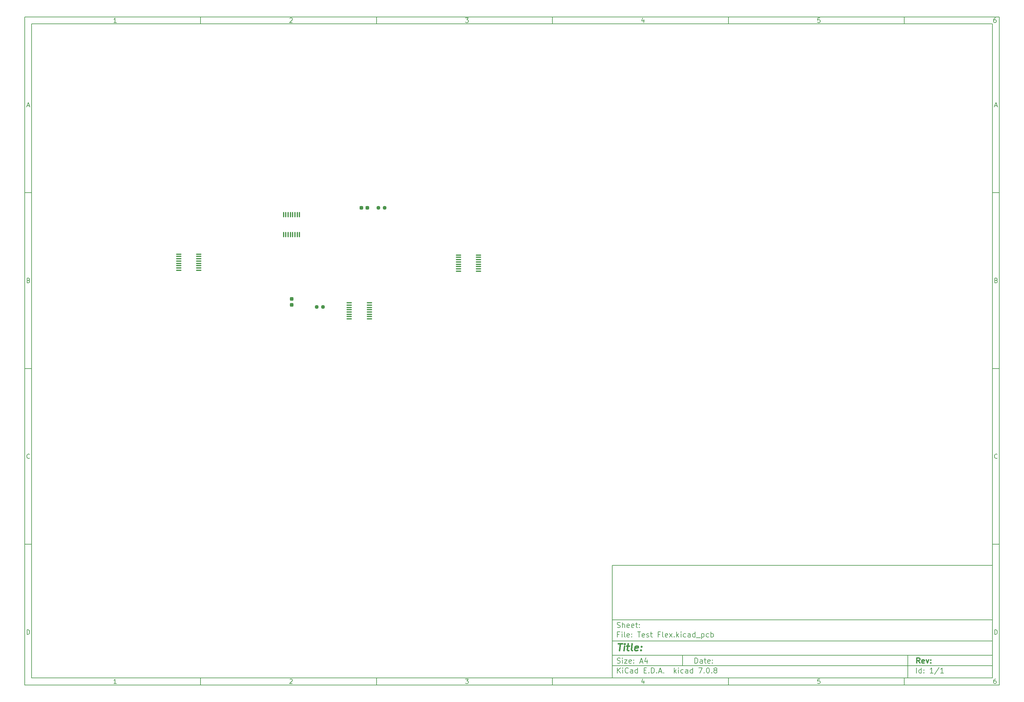
<source format=gbr>
%TF.GenerationSoftware,KiCad,Pcbnew,7.0.8*%
%TF.CreationDate,2023-11-08T15:44:53-05:00*%
%TF.ProjectId,Test Flex,54657374-2046-46c6-9578-2e6b69636164,rev?*%
%TF.SameCoordinates,Original*%
%TF.FileFunction,Paste,Top*%
%TF.FilePolarity,Positive*%
%FSLAX46Y46*%
G04 Gerber Fmt 4.6, Leading zero omitted, Abs format (unit mm)*
G04 Created by KiCad (PCBNEW 7.0.8) date 2023-11-08 15:44:53*
%MOMM*%
%LPD*%
G01*
G04 APERTURE LIST*
G04 Aperture macros list*
%AMRoundRect*
0 Rectangle with rounded corners*
0 $1 Rounding radius*
0 $2 $3 $4 $5 $6 $7 $8 $9 X,Y pos of 4 corners*
0 Add a 4 corners polygon primitive as box body*
4,1,4,$2,$3,$4,$5,$6,$7,$8,$9,$2,$3,0*
0 Add four circle primitives for the rounded corners*
1,1,$1+$1,$2,$3*
1,1,$1+$1,$4,$5*
1,1,$1+$1,$6,$7*
1,1,$1+$1,$8,$9*
0 Add four rect primitives between the rounded corners*
20,1,$1+$1,$2,$3,$4,$5,0*
20,1,$1+$1,$4,$5,$6,$7,0*
20,1,$1+$1,$6,$7,$8,$9,0*
20,1,$1+$1,$8,$9,$2,$3,0*%
G04 Aperture macros list end*
%ADD10C,0.100000*%
%ADD11C,0.150000*%
%ADD12C,0.300000*%
%ADD13C,0.400000*%
%ADD14RoundRect,0.100000X-0.637500X-0.100000X0.637500X-0.100000X0.637500X0.100000X-0.637500X0.100000X0*%
%ADD15RoundRect,0.237500X-0.237500X0.287500X-0.237500X-0.287500X0.237500X-0.287500X0.237500X0.287500X0*%
%ADD16RoundRect,0.237500X-0.250000X-0.237500X0.250000X-0.237500X0.250000X0.237500X-0.250000X0.237500X0*%
%ADD17RoundRect,0.237500X-0.287500X-0.237500X0.287500X-0.237500X0.287500X0.237500X-0.287500X0.237500X0*%
%ADD18RoundRect,0.100000X0.100000X-0.637500X0.100000X0.637500X-0.100000X0.637500X-0.100000X-0.637500X0*%
G04 APERTURE END LIST*
D10*
D11*
X177002200Y-166007200D02*
X285002200Y-166007200D01*
X285002200Y-198007200D01*
X177002200Y-198007200D01*
X177002200Y-166007200D01*
D10*
D11*
X10000000Y-10000000D02*
X287002200Y-10000000D01*
X287002200Y-200007200D01*
X10000000Y-200007200D01*
X10000000Y-10000000D01*
D10*
D11*
X12000000Y-12000000D02*
X285002200Y-12000000D01*
X285002200Y-198007200D01*
X12000000Y-198007200D01*
X12000000Y-12000000D01*
D10*
D11*
X60000000Y-12000000D02*
X60000000Y-10000000D01*
D10*
D11*
X110000000Y-12000000D02*
X110000000Y-10000000D01*
D10*
D11*
X160000000Y-12000000D02*
X160000000Y-10000000D01*
D10*
D11*
X210000000Y-12000000D02*
X210000000Y-10000000D01*
D10*
D11*
X260000000Y-12000000D02*
X260000000Y-10000000D01*
D10*
D11*
X36089160Y-11593604D02*
X35346303Y-11593604D01*
X35717731Y-11593604D02*
X35717731Y-10293604D01*
X35717731Y-10293604D02*
X35593922Y-10479319D01*
X35593922Y-10479319D02*
X35470112Y-10603128D01*
X35470112Y-10603128D02*
X35346303Y-10665033D01*
D10*
D11*
X85346303Y-10417414D02*
X85408207Y-10355509D01*
X85408207Y-10355509D02*
X85532017Y-10293604D01*
X85532017Y-10293604D02*
X85841541Y-10293604D01*
X85841541Y-10293604D02*
X85965350Y-10355509D01*
X85965350Y-10355509D02*
X86027255Y-10417414D01*
X86027255Y-10417414D02*
X86089160Y-10541223D01*
X86089160Y-10541223D02*
X86089160Y-10665033D01*
X86089160Y-10665033D02*
X86027255Y-10850747D01*
X86027255Y-10850747D02*
X85284398Y-11593604D01*
X85284398Y-11593604D02*
X86089160Y-11593604D01*
D10*
D11*
X135284398Y-10293604D02*
X136089160Y-10293604D01*
X136089160Y-10293604D02*
X135655826Y-10788842D01*
X135655826Y-10788842D02*
X135841541Y-10788842D01*
X135841541Y-10788842D02*
X135965350Y-10850747D01*
X135965350Y-10850747D02*
X136027255Y-10912652D01*
X136027255Y-10912652D02*
X136089160Y-11036461D01*
X136089160Y-11036461D02*
X136089160Y-11345985D01*
X136089160Y-11345985D02*
X136027255Y-11469795D01*
X136027255Y-11469795D02*
X135965350Y-11531700D01*
X135965350Y-11531700D02*
X135841541Y-11593604D01*
X135841541Y-11593604D02*
X135470112Y-11593604D01*
X135470112Y-11593604D02*
X135346303Y-11531700D01*
X135346303Y-11531700D02*
X135284398Y-11469795D01*
D10*
D11*
X185965350Y-10726938D02*
X185965350Y-11593604D01*
X185655826Y-10231700D02*
X185346303Y-11160271D01*
X185346303Y-11160271D02*
X186151064Y-11160271D01*
D10*
D11*
X236027255Y-10293604D02*
X235408207Y-10293604D01*
X235408207Y-10293604D02*
X235346303Y-10912652D01*
X235346303Y-10912652D02*
X235408207Y-10850747D01*
X235408207Y-10850747D02*
X235532017Y-10788842D01*
X235532017Y-10788842D02*
X235841541Y-10788842D01*
X235841541Y-10788842D02*
X235965350Y-10850747D01*
X235965350Y-10850747D02*
X236027255Y-10912652D01*
X236027255Y-10912652D02*
X236089160Y-11036461D01*
X236089160Y-11036461D02*
X236089160Y-11345985D01*
X236089160Y-11345985D02*
X236027255Y-11469795D01*
X236027255Y-11469795D02*
X235965350Y-11531700D01*
X235965350Y-11531700D02*
X235841541Y-11593604D01*
X235841541Y-11593604D02*
X235532017Y-11593604D01*
X235532017Y-11593604D02*
X235408207Y-11531700D01*
X235408207Y-11531700D02*
X235346303Y-11469795D01*
D10*
D11*
X285965350Y-10293604D02*
X285717731Y-10293604D01*
X285717731Y-10293604D02*
X285593922Y-10355509D01*
X285593922Y-10355509D02*
X285532017Y-10417414D01*
X285532017Y-10417414D02*
X285408207Y-10603128D01*
X285408207Y-10603128D02*
X285346303Y-10850747D01*
X285346303Y-10850747D02*
X285346303Y-11345985D01*
X285346303Y-11345985D02*
X285408207Y-11469795D01*
X285408207Y-11469795D02*
X285470112Y-11531700D01*
X285470112Y-11531700D02*
X285593922Y-11593604D01*
X285593922Y-11593604D02*
X285841541Y-11593604D01*
X285841541Y-11593604D02*
X285965350Y-11531700D01*
X285965350Y-11531700D02*
X286027255Y-11469795D01*
X286027255Y-11469795D02*
X286089160Y-11345985D01*
X286089160Y-11345985D02*
X286089160Y-11036461D01*
X286089160Y-11036461D02*
X286027255Y-10912652D01*
X286027255Y-10912652D02*
X285965350Y-10850747D01*
X285965350Y-10850747D02*
X285841541Y-10788842D01*
X285841541Y-10788842D02*
X285593922Y-10788842D01*
X285593922Y-10788842D02*
X285470112Y-10850747D01*
X285470112Y-10850747D02*
X285408207Y-10912652D01*
X285408207Y-10912652D02*
X285346303Y-11036461D01*
D10*
D11*
X60000000Y-198007200D02*
X60000000Y-200007200D01*
D10*
D11*
X110000000Y-198007200D02*
X110000000Y-200007200D01*
D10*
D11*
X160000000Y-198007200D02*
X160000000Y-200007200D01*
D10*
D11*
X210000000Y-198007200D02*
X210000000Y-200007200D01*
D10*
D11*
X260000000Y-198007200D02*
X260000000Y-200007200D01*
D10*
D11*
X36089160Y-199600804D02*
X35346303Y-199600804D01*
X35717731Y-199600804D02*
X35717731Y-198300804D01*
X35717731Y-198300804D02*
X35593922Y-198486519D01*
X35593922Y-198486519D02*
X35470112Y-198610328D01*
X35470112Y-198610328D02*
X35346303Y-198672233D01*
D10*
D11*
X85346303Y-198424614D02*
X85408207Y-198362709D01*
X85408207Y-198362709D02*
X85532017Y-198300804D01*
X85532017Y-198300804D02*
X85841541Y-198300804D01*
X85841541Y-198300804D02*
X85965350Y-198362709D01*
X85965350Y-198362709D02*
X86027255Y-198424614D01*
X86027255Y-198424614D02*
X86089160Y-198548423D01*
X86089160Y-198548423D02*
X86089160Y-198672233D01*
X86089160Y-198672233D02*
X86027255Y-198857947D01*
X86027255Y-198857947D02*
X85284398Y-199600804D01*
X85284398Y-199600804D02*
X86089160Y-199600804D01*
D10*
D11*
X135284398Y-198300804D02*
X136089160Y-198300804D01*
X136089160Y-198300804D02*
X135655826Y-198796042D01*
X135655826Y-198796042D02*
X135841541Y-198796042D01*
X135841541Y-198796042D02*
X135965350Y-198857947D01*
X135965350Y-198857947D02*
X136027255Y-198919852D01*
X136027255Y-198919852D02*
X136089160Y-199043661D01*
X136089160Y-199043661D02*
X136089160Y-199353185D01*
X136089160Y-199353185D02*
X136027255Y-199476995D01*
X136027255Y-199476995D02*
X135965350Y-199538900D01*
X135965350Y-199538900D02*
X135841541Y-199600804D01*
X135841541Y-199600804D02*
X135470112Y-199600804D01*
X135470112Y-199600804D02*
X135346303Y-199538900D01*
X135346303Y-199538900D02*
X135284398Y-199476995D01*
D10*
D11*
X185965350Y-198734138D02*
X185965350Y-199600804D01*
X185655826Y-198238900D02*
X185346303Y-199167471D01*
X185346303Y-199167471D02*
X186151064Y-199167471D01*
D10*
D11*
X236027255Y-198300804D02*
X235408207Y-198300804D01*
X235408207Y-198300804D02*
X235346303Y-198919852D01*
X235346303Y-198919852D02*
X235408207Y-198857947D01*
X235408207Y-198857947D02*
X235532017Y-198796042D01*
X235532017Y-198796042D02*
X235841541Y-198796042D01*
X235841541Y-198796042D02*
X235965350Y-198857947D01*
X235965350Y-198857947D02*
X236027255Y-198919852D01*
X236027255Y-198919852D02*
X236089160Y-199043661D01*
X236089160Y-199043661D02*
X236089160Y-199353185D01*
X236089160Y-199353185D02*
X236027255Y-199476995D01*
X236027255Y-199476995D02*
X235965350Y-199538900D01*
X235965350Y-199538900D02*
X235841541Y-199600804D01*
X235841541Y-199600804D02*
X235532017Y-199600804D01*
X235532017Y-199600804D02*
X235408207Y-199538900D01*
X235408207Y-199538900D02*
X235346303Y-199476995D01*
D10*
D11*
X285965350Y-198300804D02*
X285717731Y-198300804D01*
X285717731Y-198300804D02*
X285593922Y-198362709D01*
X285593922Y-198362709D02*
X285532017Y-198424614D01*
X285532017Y-198424614D02*
X285408207Y-198610328D01*
X285408207Y-198610328D02*
X285346303Y-198857947D01*
X285346303Y-198857947D02*
X285346303Y-199353185D01*
X285346303Y-199353185D02*
X285408207Y-199476995D01*
X285408207Y-199476995D02*
X285470112Y-199538900D01*
X285470112Y-199538900D02*
X285593922Y-199600804D01*
X285593922Y-199600804D02*
X285841541Y-199600804D01*
X285841541Y-199600804D02*
X285965350Y-199538900D01*
X285965350Y-199538900D02*
X286027255Y-199476995D01*
X286027255Y-199476995D02*
X286089160Y-199353185D01*
X286089160Y-199353185D02*
X286089160Y-199043661D01*
X286089160Y-199043661D02*
X286027255Y-198919852D01*
X286027255Y-198919852D02*
X285965350Y-198857947D01*
X285965350Y-198857947D02*
X285841541Y-198796042D01*
X285841541Y-198796042D02*
X285593922Y-198796042D01*
X285593922Y-198796042D02*
X285470112Y-198857947D01*
X285470112Y-198857947D02*
X285408207Y-198919852D01*
X285408207Y-198919852D02*
X285346303Y-199043661D01*
D10*
D11*
X10000000Y-60000000D02*
X12000000Y-60000000D01*
D10*
D11*
X10000000Y-110000000D02*
X12000000Y-110000000D01*
D10*
D11*
X10000000Y-160000000D02*
X12000000Y-160000000D01*
D10*
D11*
X10690476Y-35222176D02*
X11309523Y-35222176D01*
X10566666Y-35593604D02*
X10999999Y-34293604D01*
X10999999Y-34293604D02*
X11433333Y-35593604D01*
D10*
D11*
X11092857Y-84912652D02*
X11278571Y-84974557D01*
X11278571Y-84974557D02*
X11340476Y-85036461D01*
X11340476Y-85036461D02*
X11402380Y-85160271D01*
X11402380Y-85160271D02*
X11402380Y-85345985D01*
X11402380Y-85345985D02*
X11340476Y-85469795D01*
X11340476Y-85469795D02*
X11278571Y-85531700D01*
X11278571Y-85531700D02*
X11154761Y-85593604D01*
X11154761Y-85593604D02*
X10659523Y-85593604D01*
X10659523Y-85593604D02*
X10659523Y-84293604D01*
X10659523Y-84293604D02*
X11092857Y-84293604D01*
X11092857Y-84293604D02*
X11216666Y-84355509D01*
X11216666Y-84355509D02*
X11278571Y-84417414D01*
X11278571Y-84417414D02*
X11340476Y-84541223D01*
X11340476Y-84541223D02*
X11340476Y-84665033D01*
X11340476Y-84665033D02*
X11278571Y-84788842D01*
X11278571Y-84788842D02*
X11216666Y-84850747D01*
X11216666Y-84850747D02*
X11092857Y-84912652D01*
X11092857Y-84912652D02*
X10659523Y-84912652D01*
D10*
D11*
X11402380Y-135469795D02*
X11340476Y-135531700D01*
X11340476Y-135531700D02*
X11154761Y-135593604D01*
X11154761Y-135593604D02*
X11030952Y-135593604D01*
X11030952Y-135593604D02*
X10845238Y-135531700D01*
X10845238Y-135531700D02*
X10721428Y-135407890D01*
X10721428Y-135407890D02*
X10659523Y-135284080D01*
X10659523Y-135284080D02*
X10597619Y-135036461D01*
X10597619Y-135036461D02*
X10597619Y-134850747D01*
X10597619Y-134850747D02*
X10659523Y-134603128D01*
X10659523Y-134603128D02*
X10721428Y-134479319D01*
X10721428Y-134479319D02*
X10845238Y-134355509D01*
X10845238Y-134355509D02*
X11030952Y-134293604D01*
X11030952Y-134293604D02*
X11154761Y-134293604D01*
X11154761Y-134293604D02*
X11340476Y-134355509D01*
X11340476Y-134355509D02*
X11402380Y-134417414D01*
D10*
D11*
X10659523Y-185593604D02*
X10659523Y-184293604D01*
X10659523Y-184293604D02*
X10969047Y-184293604D01*
X10969047Y-184293604D02*
X11154761Y-184355509D01*
X11154761Y-184355509D02*
X11278571Y-184479319D01*
X11278571Y-184479319D02*
X11340476Y-184603128D01*
X11340476Y-184603128D02*
X11402380Y-184850747D01*
X11402380Y-184850747D02*
X11402380Y-185036461D01*
X11402380Y-185036461D02*
X11340476Y-185284080D01*
X11340476Y-185284080D02*
X11278571Y-185407890D01*
X11278571Y-185407890D02*
X11154761Y-185531700D01*
X11154761Y-185531700D02*
X10969047Y-185593604D01*
X10969047Y-185593604D02*
X10659523Y-185593604D01*
D10*
D11*
X287002200Y-60000000D02*
X285002200Y-60000000D01*
D10*
D11*
X287002200Y-110000000D02*
X285002200Y-110000000D01*
D10*
D11*
X287002200Y-160000000D02*
X285002200Y-160000000D01*
D10*
D11*
X285692676Y-35222176D02*
X286311723Y-35222176D01*
X285568866Y-35593604D02*
X286002199Y-34293604D01*
X286002199Y-34293604D02*
X286435533Y-35593604D01*
D10*
D11*
X286095057Y-84912652D02*
X286280771Y-84974557D01*
X286280771Y-84974557D02*
X286342676Y-85036461D01*
X286342676Y-85036461D02*
X286404580Y-85160271D01*
X286404580Y-85160271D02*
X286404580Y-85345985D01*
X286404580Y-85345985D02*
X286342676Y-85469795D01*
X286342676Y-85469795D02*
X286280771Y-85531700D01*
X286280771Y-85531700D02*
X286156961Y-85593604D01*
X286156961Y-85593604D02*
X285661723Y-85593604D01*
X285661723Y-85593604D02*
X285661723Y-84293604D01*
X285661723Y-84293604D02*
X286095057Y-84293604D01*
X286095057Y-84293604D02*
X286218866Y-84355509D01*
X286218866Y-84355509D02*
X286280771Y-84417414D01*
X286280771Y-84417414D02*
X286342676Y-84541223D01*
X286342676Y-84541223D02*
X286342676Y-84665033D01*
X286342676Y-84665033D02*
X286280771Y-84788842D01*
X286280771Y-84788842D02*
X286218866Y-84850747D01*
X286218866Y-84850747D02*
X286095057Y-84912652D01*
X286095057Y-84912652D02*
X285661723Y-84912652D01*
D10*
D11*
X286404580Y-135469795D02*
X286342676Y-135531700D01*
X286342676Y-135531700D02*
X286156961Y-135593604D01*
X286156961Y-135593604D02*
X286033152Y-135593604D01*
X286033152Y-135593604D02*
X285847438Y-135531700D01*
X285847438Y-135531700D02*
X285723628Y-135407890D01*
X285723628Y-135407890D02*
X285661723Y-135284080D01*
X285661723Y-135284080D02*
X285599819Y-135036461D01*
X285599819Y-135036461D02*
X285599819Y-134850747D01*
X285599819Y-134850747D02*
X285661723Y-134603128D01*
X285661723Y-134603128D02*
X285723628Y-134479319D01*
X285723628Y-134479319D02*
X285847438Y-134355509D01*
X285847438Y-134355509D02*
X286033152Y-134293604D01*
X286033152Y-134293604D02*
X286156961Y-134293604D01*
X286156961Y-134293604D02*
X286342676Y-134355509D01*
X286342676Y-134355509D02*
X286404580Y-134417414D01*
D10*
D11*
X285661723Y-185593604D02*
X285661723Y-184293604D01*
X285661723Y-184293604D02*
X285971247Y-184293604D01*
X285971247Y-184293604D02*
X286156961Y-184355509D01*
X286156961Y-184355509D02*
X286280771Y-184479319D01*
X286280771Y-184479319D02*
X286342676Y-184603128D01*
X286342676Y-184603128D02*
X286404580Y-184850747D01*
X286404580Y-184850747D02*
X286404580Y-185036461D01*
X286404580Y-185036461D02*
X286342676Y-185284080D01*
X286342676Y-185284080D02*
X286280771Y-185407890D01*
X286280771Y-185407890D02*
X286156961Y-185531700D01*
X286156961Y-185531700D02*
X285971247Y-185593604D01*
X285971247Y-185593604D02*
X285661723Y-185593604D01*
D10*
D11*
X200458026Y-193793328D02*
X200458026Y-192293328D01*
X200458026Y-192293328D02*
X200815169Y-192293328D01*
X200815169Y-192293328D02*
X201029455Y-192364757D01*
X201029455Y-192364757D02*
X201172312Y-192507614D01*
X201172312Y-192507614D02*
X201243741Y-192650471D01*
X201243741Y-192650471D02*
X201315169Y-192936185D01*
X201315169Y-192936185D02*
X201315169Y-193150471D01*
X201315169Y-193150471D02*
X201243741Y-193436185D01*
X201243741Y-193436185D02*
X201172312Y-193579042D01*
X201172312Y-193579042D02*
X201029455Y-193721900D01*
X201029455Y-193721900D02*
X200815169Y-193793328D01*
X200815169Y-193793328D02*
X200458026Y-193793328D01*
X202600884Y-193793328D02*
X202600884Y-193007614D01*
X202600884Y-193007614D02*
X202529455Y-192864757D01*
X202529455Y-192864757D02*
X202386598Y-192793328D01*
X202386598Y-192793328D02*
X202100884Y-192793328D01*
X202100884Y-192793328D02*
X201958026Y-192864757D01*
X202600884Y-193721900D02*
X202458026Y-193793328D01*
X202458026Y-193793328D02*
X202100884Y-193793328D01*
X202100884Y-193793328D02*
X201958026Y-193721900D01*
X201958026Y-193721900D02*
X201886598Y-193579042D01*
X201886598Y-193579042D02*
X201886598Y-193436185D01*
X201886598Y-193436185D02*
X201958026Y-193293328D01*
X201958026Y-193293328D02*
X202100884Y-193221900D01*
X202100884Y-193221900D02*
X202458026Y-193221900D01*
X202458026Y-193221900D02*
X202600884Y-193150471D01*
X203100884Y-192793328D02*
X203672312Y-192793328D01*
X203315169Y-192293328D02*
X203315169Y-193579042D01*
X203315169Y-193579042D02*
X203386598Y-193721900D01*
X203386598Y-193721900D02*
X203529455Y-193793328D01*
X203529455Y-193793328D02*
X203672312Y-193793328D01*
X204743741Y-193721900D02*
X204600884Y-193793328D01*
X204600884Y-193793328D02*
X204315170Y-193793328D01*
X204315170Y-193793328D02*
X204172312Y-193721900D01*
X204172312Y-193721900D02*
X204100884Y-193579042D01*
X204100884Y-193579042D02*
X204100884Y-193007614D01*
X204100884Y-193007614D02*
X204172312Y-192864757D01*
X204172312Y-192864757D02*
X204315170Y-192793328D01*
X204315170Y-192793328D02*
X204600884Y-192793328D01*
X204600884Y-192793328D02*
X204743741Y-192864757D01*
X204743741Y-192864757D02*
X204815170Y-193007614D01*
X204815170Y-193007614D02*
X204815170Y-193150471D01*
X204815170Y-193150471D02*
X204100884Y-193293328D01*
X205458026Y-193650471D02*
X205529455Y-193721900D01*
X205529455Y-193721900D02*
X205458026Y-193793328D01*
X205458026Y-193793328D02*
X205386598Y-193721900D01*
X205386598Y-193721900D02*
X205458026Y-193650471D01*
X205458026Y-193650471D02*
X205458026Y-193793328D01*
X205458026Y-192864757D02*
X205529455Y-192936185D01*
X205529455Y-192936185D02*
X205458026Y-193007614D01*
X205458026Y-193007614D02*
X205386598Y-192936185D01*
X205386598Y-192936185D02*
X205458026Y-192864757D01*
X205458026Y-192864757D02*
X205458026Y-193007614D01*
D10*
D11*
X177002200Y-194507200D02*
X285002200Y-194507200D01*
D10*
D11*
X178458026Y-196593328D02*
X178458026Y-195093328D01*
X179315169Y-196593328D02*
X178672312Y-195736185D01*
X179315169Y-195093328D02*
X178458026Y-195950471D01*
X179958026Y-196593328D02*
X179958026Y-195593328D01*
X179958026Y-195093328D02*
X179886598Y-195164757D01*
X179886598Y-195164757D02*
X179958026Y-195236185D01*
X179958026Y-195236185D02*
X180029455Y-195164757D01*
X180029455Y-195164757D02*
X179958026Y-195093328D01*
X179958026Y-195093328D02*
X179958026Y-195236185D01*
X181529455Y-196450471D02*
X181458027Y-196521900D01*
X181458027Y-196521900D02*
X181243741Y-196593328D01*
X181243741Y-196593328D02*
X181100884Y-196593328D01*
X181100884Y-196593328D02*
X180886598Y-196521900D01*
X180886598Y-196521900D02*
X180743741Y-196379042D01*
X180743741Y-196379042D02*
X180672312Y-196236185D01*
X180672312Y-196236185D02*
X180600884Y-195950471D01*
X180600884Y-195950471D02*
X180600884Y-195736185D01*
X180600884Y-195736185D02*
X180672312Y-195450471D01*
X180672312Y-195450471D02*
X180743741Y-195307614D01*
X180743741Y-195307614D02*
X180886598Y-195164757D01*
X180886598Y-195164757D02*
X181100884Y-195093328D01*
X181100884Y-195093328D02*
X181243741Y-195093328D01*
X181243741Y-195093328D02*
X181458027Y-195164757D01*
X181458027Y-195164757D02*
X181529455Y-195236185D01*
X182815170Y-196593328D02*
X182815170Y-195807614D01*
X182815170Y-195807614D02*
X182743741Y-195664757D01*
X182743741Y-195664757D02*
X182600884Y-195593328D01*
X182600884Y-195593328D02*
X182315170Y-195593328D01*
X182315170Y-195593328D02*
X182172312Y-195664757D01*
X182815170Y-196521900D02*
X182672312Y-196593328D01*
X182672312Y-196593328D02*
X182315170Y-196593328D01*
X182315170Y-196593328D02*
X182172312Y-196521900D01*
X182172312Y-196521900D02*
X182100884Y-196379042D01*
X182100884Y-196379042D02*
X182100884Y-196236185D01*
X182100884Y-196236185D02*
X182172312Y-196093328D01*
X182172312Y-196093328D02*
X182315170Y-196021900D01*
X182315170Y-196021900D02*
X182672312Y-196021900D01*
X182672312Y-196021900D02*
X182815170Y-195950471D01*
X184172313Y-196593328D02*
X184172313Y-195093328D01*
X184172313Y-196521900D02*
X184029455Y-196593328D01*
X184029455Y-196593328D02*
X183743741Y-196593328D01*
X183743741Y-196593328D02*
X183600884Y-196521900D01*
X183600884Y-196521900D02*
X183529455Y-196450471D01*
X183529455Y-196450471D02*
X183458027Y-196307614D01*
X183458027Y-196307614D02*
X183458027Y-195879042D01*
X183458027Y-195879042D02*
X183529455Y-195736185D01*
X183529455Y-195736185D02*
X183600884Y-195664757D01*
X183600884Y-195664757D02*
X183743741Y-195593328D01*
X183743741Y-195593328D02*
X184029455Y-195593328D01*
X184029455Y-195593328D02*
X184172313Y-195664757D01*
X186029455Y-195807614D02*
X186529455Y-195807614D01*
X186743741Y-196593328D02*
X186029455Y-196593328D01*
X186029455Y-196593328D02*
X186029455Y-195093328D01*
X186029455Y-195093328D02*
X186743741Y-195093328D01*
X187386598Y-196450471D02*
X187458027Y-196521900D01*
X187458027Y-196521900D02*
X187386598Y-196593328D01*
X187386598Y-196593328D02*
X187315170Y-196521900D01*
X187315170Y-196521900D02*
X187386598Y-196450471D01*
X187386598Y-196450471D02*
X187386598Y-196593328D01*
X188100884Y-196593328D02*
X188100884Y-195093328D01*
X188100884Y-195093328D02*
X188458027Y-195093328D01*
X188458027Y-195093328D02*
X188672313Y-195164757D01*
X188672313Y-195164757D02*
X188815170Y-195307614D01*
X188815170Y-195307614D02*
X188886599Y-195450471D01*
X188886599Y-195450471D02*
X188958027Y-195736185D01*
X188958027Y-195736185D02*
X188958027Y-195950471D01*
X188958027Y-195950471D02*
X188886599Y-196236185D01*
X188886599Y-196236185D02*
X188815170Y-196379042D01*
X188815170Y-196379042D02*
X188672313Y-196521900D01*
X188672313Y-196521900D02*
X188458027Y-196593328D01*
X188458027Y-196593328D02*
X188100884Y-196593328D01*
X189600884Y-196450471D02*
X189672313Y-196521900D01*
X189672313Y-196521900D02*
X189600884Y-196593328D01*
X189600884Y-196593328D02*
X189529456Y-196521900D01*
X189529456Y-196521900D02*
X189600884Y-196450471D01*
X189600884Y-196450471D02*
X189600884Y-196593328D01*
X190243742Y-196164757D02*
X190958028Y-196164757D01*
X190100885Y-196593328D02*
X190600885Y-195093328D01*
X190600885Y-195093328D02*
X191100885Y-196593328D01*
X191600884Y-196450471D02*
X191672313Y-196521900D01*
X191672313Y-196521900D02*
X191600884Y-196593328D01*
X191600884Y-196593328D02*
X191529456Y-196521900D01*
X191529456Y-196521900D02*
X191600884Y-196450471D01*
X191600884Y-196450471D02*
X191600884Y-196593328D01*
X194600884Y-196593328D02*
X194600884Y-195093328D01*
X194743742Y-196021900D02*
X195172313Y-196593328D01*
X195172313Y-195593328D02*
X194600884Y-196164757D01*
X195815170Y-196593328D02*
X195815170Y-195593328D01*
X195815170Y-195093328D02*
X195743742Y-195164757D01*
X195743742Y-195164757D02*
X195815170Y-195236185D01*
X195815170Y-195236185D02*
X195886599Y-195164757D01*
X195886599Y-195164757D02*
X195815170Y-195093328D01*
X195815170Y-195093328D02*
X195815170Y-195236185D01*
X197172314Y-196521900D02*
X197029456Y-196593328D01*
X197029456Y-196593328D02*
X196743742Y-196593328D01*
X196743742Y-196593328D02*
X196600885Y-196521900D01*
X196600885Y-196521900D02*
X196529456Y-196450471D01*
X196529456Y-196450471D02*
X196458028Y-196307614D01*
X196458028Y-196307614D02*
X196458028Y-195879042D01*
X196458028Y-195879042D02*
X196529456Y-195736185D01*
X196529456Y-195736185D02*
X196600885Y-195664757D01*
X196600885Y-195664757D02*
X196743742Y-195593328D01*
X196743742Y-195593328D02*
X197029456Y-195593328D01*
X197029456Y-195593328D02*
X197172314Y-195664757D01*
X198458028Y-196593328D02*
X198458028Y-195807614D01*
X198458028Y-195807614D02*
X198386599Y-195664757D01*
X198386599Y-195664757D02*
X198243742Y-195593328D01*
X198243742Y-195593328D02*
X197958028Y-195593328D01*
X197958028Y-195593328D02*
X197815170Y-195664757D01*
X198458028Y-196521900D02*
X198315170Y-196593328D01*
X198315170Y-196593328D02*
X197958028Y-196593328D01*
X197958028Y-196593328D02*
X197815170Y-196521900D01*
X197815170Y-196521900D02*
X197743742Y-196379042D01*
X197743742Y-196379042D02*
X197743742Y-196236185D01*
X197743742Y-196236185D02*
X197815170Y-196093328D01*
X197815170Y-196093328D02*
X197958028Y-196021900D01*
X197958028Y-196021900D02*
X198315170Y-196021900D01*
X198315170Y-196021900D02*
X198458028Y-195950471D01*
X199815171Y-196593328D02*
X199815171Y-195093328D01*
X199815171Y-196521900D02*
X199672313Y-196593328D01*
X199672313Y-196593328D02*
X199386599Y-196593328D01*
X199386599Y-196593328D02*
X199243742Y-196521900D01*
X199243742Y-196521900D02*
X199172313Y-196450471D01*
X199172313Y-196450471D02*
X199100885Y-196307614D01*
X199100885Y-196307614D02*
X199100885Y-195879042D01*
X199100885Y-195879042D02*
X199172313Y-195736185D01*
X199172313Y-195736185D02*
X199243742Y-195664757D01*
X199243742Y-195664757D02*
X199386599Y-195593328D01*
X199386599Y-195593328D02*
X199672313Y-195593328D01*
X199672313Y-195593328D02*
X199815171Y-195664757D01*
X201529456Y-195093328D02*
X202529456Y-195093328D01*
X202529456Y-195093328D02*
X201886599Y-196593328D01*
X203100884Y-196450471D02*
X203172313Y-196521900D01*
X203172313Y-196521900D02*
X203100884Y-196593328D01*
X203100884Y-196593328D02*
X203029456Y-196521900D01*
X203029456Y-196521900D02*
X203100884Y-196450471D01*
X203100884Y-196450471D02*
X203100884Y-196593328D01*
X204100885Y-195093328D02*
X204243742Y-195093328D01*
X204243742Y-195093328D02*
X204386599Y-195164757D01*
X204386599Y-195164757D02*
X204458028Y-195236185D01*
X204458028Y-195236185D02*
X204529456Y-195379042D01*
X204529456Y-195379042D02*
X204600885Y-195664757D01*
X204600885Y-195664757D02*
X204600885Y-196021900D01*
X204600885Y-196021900D02*
X204529456Y-196307614D01*
X204529456Y-196307614D02*
X204458028Y-196450471D01*
X204458028Y-196450471D02*
X204386599Y-196521900D01*
X204386599Y-196521900D02*
X204243742Y-196593328D01*
X204243742Y-196593328D02*
X204100885Y-196593328D01*
X204100885Y-196593328D02*
X203958028Y-196521900D01*
X203958028Y-196521900D02*
X203886599Y-196450471D01*
X203886599Y-196450471D02*
X203815170Y-196307614D01*
X203815170Y-196307614D02*
X203743742Y-196021900D01*
X203743742Y-196021900D02*
X203743742Y-195664757D01*
X203743742Y-195664757D02*
X203815170Y-195379042D01*
X203815170Y-195379042D02*
X203886599Y-195236185D01*
X203886599Y-195236185D02*
X203958028Y-195164757D01*
X203958028Y-195164757D02*
X204100885Y-195093328D01*
X205243741Y-196450471D02*
X205315170Y-196521900D01*
X205315170Y-196521900D02*
X205243741Y-196593328D01*
X205243741Y-196593328D02*
X205172313Y-196521900D01*
X205172313Y-196521900D02*
X205243741Y-196450471D01*
X205243741Y-196450471D02*
X205243741Y-196593328D01*
X206172313Y-195736185D02*
X206029456Y-195664757D01*
X206029456Y-195664757D02*
X205958027Y-195593328D01*
X205958027Y-195593328D02*
X205886599Y-195450471D01*
X205886599Y-195450471D02*
X205886599Y-195379042D01*
X205886599Y-195379042D02*
X205958027Y-195236185D01*
X205958027Y-195236185D02*
X206029456Y-195164757D01*
X206029456Y-195164757D02*
X206172313Y-195093328D01*
X206172313Y-195093328D02*
X206458027Y-195093328D01*
X206458027Y-195093328D02*
X206600885Y-195164757D01*
X206600885Y-195164757D02*
X206672313Y-195236185D01*
X206672313Y-195236185D02*
X206743742Y-195379042D01*
X206743742Y-195379042D02*
X206743742Y-195450471D01*
X206743742Y-195450471D02*
X206672313Y-195593328D01*
X206672313Y-195593328D02*
X206600885Y-195664757D01*
X206600885Y-195664757D02*
X206458027Y-195736185D01*
X206458027Y-195736185D02*
X206172313Y-195736185D01*
X206172313Y-195736185D02*
X206029456Y-195807614D01*
X206029456Y-195807614D02*
X205958027Y-195879042D01*
X205958027Y-195879042D02*
X205886599Y-196021900D01*
X205886599Y-196021900D02*
X205886599Y-196307614D01*
X205886599Y-196307614D02*
X205958027Y-196450471D01*
X205958027Y-196450471D02*
X206029456Y-196521900D01*
X206029456Y-196521900D02*
X206172313Y-196593328D01*
X206172313Y-196593328D02*
X206458027Y-196593328D01*
X206458027Y-196593328D02*
X206600885Y-196521900D01*
X206600885Y-196521900D02*
X206672313Y-196450471D01*
X206672313Y-196450471D02*
X206743742Y-196307614D01*
X206743742Y-196307614D02*
X206743742Y-196021900D01*
X206743742Y-196021900D02*
X206672313Y-195879042D01*
X206672313Y-195879042D02*
X206600885Y-195807614D01*
X206600885Y-195807614D02*
X206458027Y-195736185D01*
D10*
D11*
X177002200Y-191507200D02*
X285002200Y-191507200D01*
D10*
D12*
X264413853Y-193785528D02*
X263913853Y-193071242D01*
X263556710Y-193785528D02*
X263556710Y-192285528D01*
X263556710Y-192285528D02*
X264128139Y-192285528D01*
X264128139Y-192285528D02*
X264270996Y-192356957D01*
X264270996Y-192356957D02*
X264342425Y-192428385D01*
X264342425Y-192428385D02*
X264413853Y-192571242D01*
X264413853Y-192571242D02*
X264413853Y-192785528D01*
X264413853Y-192785528D02*
X264342425Y-192928385D01*
X264342425Y-192928385D02*
X264270996Y-192999814D01*
X264270996Y-192999814D02*
X264128139Y-193071242D01*
X264128139Y-193071242D02*
X263556710Y-193071242D01*
X265628139Y-193714100D02*
X265485282Y-193785528D01*
X265485282Y-193785528D02*
X265199568Y-193785528D01*
X265199568Y-193785528D02*
X265056710Y-193714100D01*
X265056710Y-193714100D02*
X264985282Y-193571242D01*
X264985282Y-193571242D02*
X264985282Y-192999814D01*
X264985282Y-192999814D02*
X265056710Y-192856957D01*
X265056710Y-192856957D02*
X265199568Y-192785528D01*
X265199568Y-192785528D02*
X265485282Y-192785528D01*
X265485282Y-192785528D02*
X265628139Y-192856957D01*
X265628139Y-192856957D02*
X265699568Y-192999814D01*
X265699568Y-192999814D02*
X265699568Y-193142671D01*
X265699568Y-193142671D02*
X264985282Y-193285528D01*
X266199567Y-192785528D02*
X266556710Y-193785528D01*
X266556710Y-193785528D02*
X266913853Y-192785528D01*
X267485281Y-193642671D02*
X267556710Y-193714100D01*
X267556710Y-193714100D02*
X267485281Y-193785528D01*
X267485281Y-193785528D02*
X267413853Y-193714100D01*
X267413853Y-193714100D02*
X267485281Y-193642671D01*
X267485281Y-193642671D02*
X267485281Y-193785528D01*
X267485281Y-192856957D02*
X267556710Y-192928385D01*
X267556710Y-192928385D02*
X267485281Y-192999814D01*
X267485281Y-192999814D02*
X267413853Y-192928385D01*
X267413853Y-192928385D02*
X267485281Y-192856957D01*
X267485281Y-192856957D02*
X267485281Y-192999814D01*
D10*
D11*
X178386598Y-193721900D02*
X178600884Y-193793328D01*
X178600884Y-193793328D02*
X178958026Y-193793328D01*
X178958026Y-193793328D02*
X179100884Y-193721900D01*
X179100884Y-193721900D02*
X179172312Y-193650471D01*
X179172312Y-193650471D02*
X179243741Y-193507614D01*
X179243741Y-193507614D02*
X179243741Y-193364757D01*
X179243741Y-193364757D02*
X179172312Y-193221900D01*
X179172312Y-193221900D02*
X179100884Y-193150471D01*
X179100884Y-193150471D02*
X178958026Y-193079042D01*
X178958026Y-193079042D02*
X178672312Y-193007614D01*
X178672312Y-193007614D02*
X178529455Y-192936185D01*
X178529455Y-192936185D02*
X178458026Y-192864757D01*
X178458026Y-192864757D02*
X178386598Y-192721900D01*
X178386598Y-192721900D02*
X178386598Y-192579042D01*
X178386598Y-192579042D02*
X178458026Y-192436185D01*
X178458026Y-192436185D02*
X178529455Y-192364757D01*
X178529455Y-192364757D02*
X178672312Y-192293328D01*
X178672312Y-192293328D02*
X179029455Y-192293328D01*
X179029455Y-192293328D02*
X179243741Y-192364757D01*
X179886597Y-193793328D02*
X179886597Y-192793328D01*
X179886597Y-192293328D02*
X179815169Y-192364757D01*
X179815169Y-192364757D02*
X179886597Y-192436185D01*
X179886597Y-192436185D02*
X179958026Y-192364757D01*
X179958026Y-192364757D02*
X179886597Y-192293328D01*
X179886597Y-192293328D02*
X179886597Y-192436185D01*
X180458026Y-192793328D02*
X181243741Y-192793328D01*
X181243741Y-192793328D02*
X180458026Y-193793328D01*
X180458026Y-193793328D02*
X181243741Y-193793328D01*
X182386598Y-193721900D02*
X182243741Y-193793328D01*
X182243741Y-193793328D02*
X181958027Y-193793328D01*
X181958027Y-193793328D02*
X181815169Y-193721900D01*
X181815169Y-193721900D02*
X181743741Y-193579042D01*
X181743741Y-193579042D02*
X181743741Y-193007614D01*
X181743741Y-193007614D02*
X181815169Y-192864757D01*
X181815169Y-192864757D02*
X181958027Y-192793328D01*
X181958027Y-192793328D02*
X182243741Y-192793328D01*
X182243741Y-192793328D02*
X182386598Y-192864757D01*
X182386598Y-192864757D02*
X182458027Y-193007614D01*
X182458027Y-193007614D02*
X182458027Y-193150471D01*
X182458027Y-193150471D02*
X181743741Y-193293328D01*
X183100883Y-193650471D02*
X183172312Y-193721900D01*
X183172312Y-193721900D02*
X183100883Y-193793328D01*
X183100883Y-193793328D02*
X183029455Y-193721900D01*
X183029455Y-193721900D02*
X183100883Y-193650471D01*
X183100883Y-193650471D02*
X183100883Y-193793328D01*
X183100883Y-192864757D02*
X183172312Y-192936185D01*
X183172312Y-192936185D02*
X183100883Y-193007614D01*
X183100883Y-193007614D02*
X183029455Y-192936185D01*
X183029455Y-192936185D02*
X183100883Y-192864757D01*
X183100883Y-192864757D02*
X183100883Y-193007614D01*
X184886598Y-193364757D02*
X185600884Y-193364757D01*
X184743741Y-193793328D02*
X185243741Y-192293328D01*
X185243741Y-192293328D02*
X185743741Y-193793328D01*
X186886598Y-192793328D02*
X186886598Y-193793328D01*
X186529455Y-192221900D02*
X186172312Y-193293328D01*
X186172312Y-193293328D02*
X187100883Y-193293328D01*
D10*
D11*
X263458026Y-196593328D02*
X263458026Y-195093328D01*
X264815170Y-196593328D02*
X264815170Y-195093328D01*
X264815170Y-196521900D02*
X264672312Y-196593328D01*
X264672312Y-196593328D02*
X264386598Y-196593328D01*
X264386598Y-196593328D02*
X264243741Y-196521900D01*
X264243741Y-196521900D02*
X264172312Y-196450471D01*
X264172312Y-196450471D02*
X264100884Y-196307614D01*
X264100884Y-196307614D02*
X264100884Y-195879042D01*
X264100884Y-195879042D02*
X264172312Y-195736185D01*
X264172312Y-195736185D02*
X264243741Y-195664757D01*
X264243741Y-195664757D02*
X264386598Y-195593328D01*
X264386598Y-195593328D02*
X264672312Y-195593328D01*
X264672312Y-195593328D02*
X264815170Y-195664757D01*
X265529455Y-196450471D02*
X265600884Y-196521900D01*
X265600884Y-196521900D02*
X265529455Y-196593328D01*
X265529455Y-196593328D02*
X265458027Y-196521900D01*
X265458027Y-196521900D02*
X265529455Y-196450471D01*
X265529455Y-196450471D02*
X265529455Y-196593328D01*
X265529455Y-195664757D02*
X265600884Y-195736185D01*
X265600884Y-195736185D02*
X265529455Y-195807614D01*
X265529455Y-195807614D02*
X265458027Y-195736185D01*
X265458027Y-195736185D02*
X265529455Y-195664757D01*
X265529455Y-195664757D02*
X265529455Y-195807614D01*
X268172313Y-196593328D02*
X267315170Y-196593328D01*
X267743741Y-196593328D02*
X267743741Y-195093328D01*
X267743741Y-195093328D02*
X267600884Y-195307614D01*
X267600884Y-195307614D02*
X267458027Y-195450471D01*
X267458027Y-195450471D02*
X267315170Y-195521900D01*
X269886598Y-195021900D02*
X268600884Y-196950471D01*
X271172313Y-196593328D02*
X270315170Y-196593328D01*
X270743741Y-196593328D02*
X270743741Y-195093328D01*
X270743741Y-195093328D02*
X270600884Y-195307614D01*
X270600884Y-195307614D02*
X270458027Y-195450471D01*
X270458027Y-195450471D02*
X270315170Y-195521900D01*
D10*
D11*
X177002200Y-187507200D02*
X285002200Y-187507200D01*
D10*
D13*
X178693928Y-188211638D02*
X179836785Y-188211638D01*
X179015357Y-190211638D02*
X179265357Y-188211638D01*
X180253452Y-190211638D02*
X180420119Y-188878304D01*
X180503452Y-188211638D02*
X180396309Y-188306876D01*
X180396309Y-188306876D02*
X180479643Y-188402114D01*
X180479643Y-188402114D02*
X180586786Y-188306876D01*
X180586786Y-188306876D02*
X180503452Y-188211638D01*
X180503452Y-188211638D02*
X180479643Y-188402114D01*
X181086786Y-188878304D02*
X181848690Y-188878304D01*
X181455833Y-188211638D02*
X181241548Y-189925923D01*
X181241548Y-189925923D02*
X181312976Y-190116400D01*
X181312976Y-190116400D02*
X181491548Y-190211638D01*
X181491548Y-190211638D02*
X181682024Y-190211638D01*
X182634405Y-190211638D02*
X182455833Y-190116400D01*
X182455833Y-190116400D02*
X182384405Y-189925923D01*
X182384405Y-189925923D02*
X182598690Y-188211638D01*
X184170119Y-190116400D02*
X183967738Y-190211638D01*
X183967738Y-190211638D02*
X183586785Y-190211638D01*
X183586785Y-190211638D02*
X183408214Y-190116400D01*
X183408214Y-190116400D02*
X183336785Y-189925923D01*
X183336785Y-189925923D02*
X183432024Y-189164019D01*
X183432024Y-189164019D02*
X183551071Y-188973542D01*
X183551071Y-188973542D02*
X183753452Y-188878304D01*
X183753452Y-188878304D02*
X184134404Y-188878304D01*
X184134404Y-188878304D02*
X184312976Y-188973542D01*
X184312976Y-188973542D02*
X184384404Y-189164019D01*
X184384404Y-189164019D02*
X184360595Y-189354495D01*
X184360595Y-189354495D02*
X183384404Y-189544971D01*
X185134405Y-190021161D02*
X185217738Y-190116400D01*
X185217738Y-190116400D02*
X185110595Y-190211638D01*
X185110595Y-190211638D02*
X185027262Y-190116400D01*
X185027262Y-190116400D02*
X185134405Y-190021161D01*
X185134405Y-190021161D02*
X185110595Y-190211638D01*
X185265357Y-188973542D02*
X185348690Y-189068780D01*
X185348690Y-189068780D02*
X185241548Y-189164019D01*
X185241548Y-189164019D02*
X185158214Y-189068780D01*
X185158214Y-189068780D02*
X185265357Y-188973542D01*
X185265357Y-188973542D02*
X185241548Y-189164019D01*
D10*
D11*
X178958026Y-185607614D02*
X178458026Y-185607614D01*
X178458026Y-186393328D02*
X178458026Y-184893328D01*
X178458026Y-184893328D02*
X179172312Y-184893328D01*
X179743740Y-186393328D02*
X179743740Y-185393328D01*
X179743740Y-184893328D02*
X179672312Y-184964757D01*
X179672312Y-184964757D02*
X179743740Y-185036185D01*
X179743740Y-185036185D02*
X179815169Y-184964757D01*
X179815169Y-184964757D02*
X179743740Y-184893328D01*
X179743740Y-184893328D02*
X179743740Y-185036185D01*
X180672312Y-186393328D02*
X180529455Y-186321900D01*
X180529455Y-186321900D02*
X180458026Y-186179042D01*
X180458026Y-186179042D02*
X180458026Y-184893328D01*
X181815169Y-186321900D02*
X181672312Y-186393328D01*
X181672312Y-186393328D02*
X181386598Y-186393328D01*
X181386598Y-186393328D02*
X181243740Y-186321900D01*
X181243740Y-186321900D02*
X181172312Y-186179042D01*
X181172312Y-186179042D02*
X181172312Y-185607614D01*
X181172312Y-185607614D02*
X181243740Y-185464757D01*
X181243740Y-185464757D02*
X181386598Y-185393328D01*
X181386598Y-185393328D02*
X181672312Y-185393328D01*
X181672312Y-185393328D02*
X181815169Y-185464757D01*
X181815169Y-185464757D02*
X181886598Y-185607614D01*
X181886598Y-185607614D02*
X181886598Y-185750471D01*
X181886598Y-185750471D02*
X181172312Y-185893328D01*
X182529454Y-186250471D02*
X182600883Y-186321900D01*
X182600883Y-186321900D02*
X182529454Y-186393328D01*
X182529454Y-186393328D02*
X182458026Y-186321900D01*
X182458026Y-186321900D02*
X182529454Y-186250471D01*
X182529454Y-186250471D02*
X182529454Y-186393328D01*
X182529454Y-185464757D02*
X182600883Y-185536185D01*
X182600883Y-185536185D02*
X182529454Y-185607614D01*
X182529454Y-185607614D02*
X182458026Y-185536185D01*
X182458026Y-185536185D02*
X182529454Y-185464757D01*
X182529454Y-185464757D02*
X182529454Y-185607614D01*
X184172312Y-184893328D02*
X185029455Y-184893328D01*
X184600883Y-186393328D02*
X184600883Y-184893328D01*
X186100883Y-186321900D02*
X185958026Y-186393328D01*
X185958026Y-186393328D02*
X185672312Y-186393328D01*
X185672312Y-186393328D02*
X185529454Y-186321900D01*
X185529454Y-186321900D02*
X185458026Y-186179042D01*
X185458026Y-186179042D02*
X185458026Y-185607614D01*
X185458026Y-185607614D02*
X185529454Y-185464757D01*
X185529454Y-185464757D02*
X185672312Y-185393328D01*
X185672312Y-185393328D02*
X185958026Y-185393328D01*
X185958026Y-185393328D02*
X186100883Y-185464757D01*
X186100883Y-185464757D02*
X186172312Y-185607614D01*
X186172312Y-185607614D02*
X186172312Y-185750471D01*
X186172312Y-185750471D02*
X185458026Y-185893328D01*
X186743740Y-186321900D02*
X186886597Y-186393328D01*
X186886597Y-186393328D02*
X187172311Y-186393328D01*
X187172311Y-186393328D02*
X187315168Y-186321900D01*
X187315168Y-186321900D02*
X187386597Y-186179042D01*
X187386597Y-186179042D02*
X187386597Y-186107614D01*
X187386597Y-186107614D02*
X187315168Y-185964757D01*
X187315168Y-185964757D02*
X187172311Y-185893328D01*
X187172311Y-185893328D02*
X186958026Y-185893328D01*
X186958026Y-185893328D02*
X186815168Y-185821900D01*
X186815168Y-185821900D02*
X186743740Y-185679042D01*
X186743740Y-185679042D02*
X186743740Y-185607614D01*
X186743740Y-185607614D02*
X186815168Y-185464757D01*
X186815168Y-185464757D02*
X186958026Y-185393328D01*
X186958026Y-185393328D02*
X187172311Y-185393328D01*
X187172311Y-185393328D02*
X187315168Y-185464757D01*
X187815169Y-185393328D02*
X188386597Y-185393328D01*
X188029454Y-184893328D02*
X188029454Y-186179042D01*
X188029454Y-186179042D02*
X188100883Y-186321900D01*
X188100883Y-186321900D02*
X188243740Y-186393328D01*
X188243740Y-186393328D02*
X188386597Y-186393328D01*
X190529454Y-185607614D02*
X190029454Y-185607614D01*
X190029454Y-186393328D02*
X190029454Y-184893328D01*
X190029454Y-184893328D02*
X190743740Y-184893328D01*
X191529454Y-186393328D02*
X191386597Y-186321900D01*
X191386597Y-186321900D02*
X191315168Y-186179042D01*
X191315168Y-186179042D02*
X191315168Y-184893328D01*
X192672311Y-186321900D02*
X192529454Y-186393328D01*
X192529454Y-186393328D02*
X192243740Y-186393328D01*
X192243740Y-186393328D02*
X192100882Y-186321900D01*
X192100882Y-186321900D02*
X192029454Y-186179042D01*
X192029454Y-186179042D02*
X192029454Y-185607614D01*
X192029454Y-185607614D02*
X192100882Y-185464757D01*
X192100882Y-185464757D02*
X192243740Y-185393328D01*
X192243740Y-185393328D02*
X192529454Y-185393328D01*
X192529454Y-185393328D02*
X192672311Y-185464757D01*
X192672311Y-185464757D02*
X192743740Y-185607614D01*
X192743740Y-185607614D02*
X192743740Y-185750471D01*
X192743740Y-185750471D02*
X192029454Y-185893328D01*
X193243739Y-186393328D02*
X194029454Y-185393328D01*
X193243739Y-185393328D02*
X194029454Y-186393328D01*
X194600882Y-186250471D02*
X194672311Y-186321900D01*
X194672311Y-186321900D02*
X194600882Y-186393328D01*
X194600882Y-186393328D02*
X194529454Y-186321900D01*
X194529454Y-186321900D02*
X194600882Y-186250471D01*
X194600882Y-186250471D02*
X194600882Y-186393328D01*
X195315168Y-186393328D02*
X195315168Y-184893328D01*
X195458026Y-185821900D02*
X195886597Y-186393328D01*
X195886597Y-185393328D02*
X195315168Y-185964757D01*
X196529454Y-186393328D02*
X196529454Y-185393328D01*
X196529454Y-184893328D02*
X196458026Y-184964757D01*
X196458026Y-184964757D02*
X196529454Y-185036185D01*
X196529454Y-185036185D02*
X196600883Y-184964757D01*
X196600883Y-184964757D02*
X196529454Y-184893328D01*
X196529454Y-184893328D02*
X196529454Y-185036185D01*
X197886598Y-186321900D02*
X197743740Y-186393328D01*
X197743740Y-186393328D02*
X197458026Y-186393328D01*
X197458026Y-186393328D02*
X197315169Y-186321900D01*
X197315169Y-186321900D02*
X197243740Y-186250471D01*
X197243740Y-186250471D02*
X197172312Y-186107614D01*
X197172312Y-186107614D02*
X197172312Y-185679042D01*
X197172312Y-185679042D02*
X197243740Y-185536185D01*
X197243740Y-185536185D02*
X197315169Y-185464757D01*
X197315169Y-185464757D02*
X197458026Y-185393328D01*
X197458026Y-185393328D02*
X197743740Y-185393328D01*
X197743740Y-185393328D02*
X197886598Y-185464757D01*
X199172312Y-186393328D02*
X199172312Y-185607614D01*
X199172312Y-185607614D02*
X199100883Y-185464757D01*
X199100883Y-185464757D02*
X198958026Y-185393328D01*
X198958026Y-185393328D02*
X198672312Y-185393328D01*
X198672312Y-185393328D02*
X198529454Y-185464757D01*
X199172312Y-186321900D02*
X199029454Y-186393328D01*
X199029454Y-186393328D02*
X198672312Y-186393328D01*
X198672312Y-186393328D02*
X198529454Y-186321900D01*
X198529454Y-186321900D02*
X198458026Y-186179042D01*
X198458026Y-186179042D02*
X198458026Y-186036185D01*
X198458026Y-186036185D02*
X198529454Y-185893328D01*
X198529454Y-185893328D02*
X198672312Y-185821900D01*
X198672312Y-185821900D02*
X199029454Y-185821900D01*
X199029454Y-185821900D02*
X199172312Y-185750471D01*
X200529455Y-186393328D02*
X200529455Y-184893328D01*
X200529455Y-186321900D02*
X200386597Y-186393328D01*
X200386597Y-186393328D02*
X200100883Y-186393328D01*
X200100883Y-186393328D02*
X199958026Y-186321900D01*
X199958026Y-186321900D02*
X199886597Y-186250471D01*
X199886597Y-186250471D02*
X199815169Y-186107614D01*
X199815169Y-186107614D02*
X199815169Y-185679042D01*
X199815169Y-185679042D02*
X199886597Y-185536185D01*
X199886597Y-185536185D02*
X199958026Y-185464757D01*
X199958026Y-185464757D02*
X200100883Y-185393328D01*
X200100883Y-185393328D02*
X200386597Y-185393328D01*
X200386597Y-185393328D02*
X200529455Y-185464757D01*
X200886598Y-186536185D02*
X202029455Y-186536185D01*
X202386597Y-185393328D02*
X202386597Y-186893328D01*
X202386597Y-185464757D02*
X202529455Y-185393328D01*
X202529455Y-185393328D02*
X202815169Y-185393328D01*
X202815169Y-185393328D02*
X202958026Y-185464757D01*
X202958026Y-185464757D02*
X203029455Y-185536185D01*
X203029455Y-185536185D02*
X203100883Y-185679042D01*
X203100883Y-185679042D02*
X203100883Y-186107614D01*
X203100883Y-186107614D02*
X203029455Y-186250471D01*
X203029455Y-186250471D02*
X202958026Y-186321900D01*
X202958026Y-186321900D02*
X202815169Y-186393328D01*
X202815169Y-186393328D02*
X202529455Y-186393328D01*
X202529455Y-186393328D02*
X202386597Y-186321900D01*
X204386598Y-186321900D02*
X204243740Y-186393328D01*
X204243740Y-186393328D02*
X203958026Y-186393328D01*
X203958026Y-186393328D02*
X203815169Y-186321900D01*
X203815169Y-186321900D02*
X203743740Y-186250471D01*
X203743740Y-186250471D02*
X203672312Y-186107614D01*
X203672312Y-186107614D02*
X203672312Y-185679042D01*
X203672312Y-185679042D02*
X203743740Y-185536185D01*
X203743740Y-185536185D02*
X203815169Y-185464757D01*
X203815169Y-185464757D02*
X203958026Y-185393328D01*
X203958026Y-185393328D02*
X204243740Y-185393328D01*
X204243740Y-185393328D02*
X204386598Y-185464757D01*
X205029454Y-186393328D02*
X205029454Y-184893328D01*
X205029454Y-185464757D02*
X205172312Y-185393328D01*
X205172312Y-185393328D02*
X205458026Y-185393328D01*
X205458026Y-185393328D02*
X205600883Y-185464757D01*
X205600883Y-185464757D02*
X205672312Y-185536185D01*
X205672312Y-185536185D02*
X205743740Y-185679042D01*
X205743740Y-185679042D02*
X205743740Y-186107614D01*
X205743740Y-186107614D02*
X205672312Y-186250471D01*
X205672312Y-186250471D02*
X205600883Y-186321900D01*
X205600883Y-186321900D02*
X205458026Y-186393328D01*
X205458026Y-186393328D02*
X205172312Y-186393328D01*
X205172312Y-186393328D02*
X205029454Y-186321900D01*
D10*
D11*
X177002200Y-181507200D02*
X285002200Y-181507200D01*
D10*
D11*
X178386598Y-183621900D02*
X178600884Y-183693328D01*
X178600884Y-183693328D02*
X178958026Y-183693328D01*
X178958026Y-183693328D02*
X179100884Y-183621900D01*
X179100884Y-183621900D02*
X179172312Y-183550471D01*
X179172312Y-183550471D02*
X179243741Y-183407614D01*
X179243741Y-183407614D02*
X179243741Y-183264757D01*
X179243741Y-183264757D02*
X179172312Y-183121900D01*
X179172312Y-183121900D02*
X179100884Y-183050471D01*
X179100884Y-183050471D02*
X178958026Y-182979042D01*
X178958026Y-182979042D02*
X178672312Y-182907614D01*
X178672312Y-182907614D02*
X178529455Y-182836185D01*
X178529455Y-182836185D02*
X178458026Y-182764757D01*
X178458026Y-182764757D02*
X178386598Y-182621900D01*
X178386598Y-182621900D02*
X178386598Y-182479042D01*
X178386598Y-182479042D02*
X178458026Y-182336185D01*
X178458026Y-182336185D02*
X178529455Y-182264757D01*
X178529455Y-182264757D02*
X178672312Y-182193328D01*
X178672312Y-182193328D02*
X179029455Y-182193328D01*
X179029455Y-182193328D02*
X179243741Y-182264757D01*
X179886597Y-183693328D02*
X179886597Y-182193328D01*
X180529455Y-183693328D02*
X180529455Y-182907614D01*
X180529455Y-182907614D02*
X180458026Y-182764757D01*
X180458026Y-182764757D02*
X180315169Y-182693328D01*
X180315169Y-182693328D02*
X180100883Y-182693328D01*
X180100883Y-182693328D02*
X179958026Y-182764757D01*
X179958026Y-182764757D02*
X179886597Y-182836185D01*
X181815169Y-183621900D02*
X181672312Y-183693328D01*
X181672312Y-183693328D02*
X181386598Y-183693328D01*
X181386598Y-183693328D02*
X181243740Y-183621900D01*
X181243740Y-183621900D02*
X181172312Y-183479042D01*
X181172312Y-183479042D02*
X181172312Y-182907614D01*
X181172312Y-182907614D02*
X181243740Y-182764757D01*
X181243740Y-182764757D02*
X181386598Y-182693328D01*
X181386598Y-182693328D02*
X181672312Y-182693328D01*
X181672312Y-182693328D02*
X181815169Y-182764757D01*
X181815169Y-182764757D02*
X181886598Y-182907614D01*
X181886598Y-182907614D02*
X181886598Y-183050471D01*
X181886598Y-183050471D02*
X181172312Y-183193328D01*
X183100883Y-183621900D02*
X182958026Y-183693328D01*
X182958026Y-183693328D02*
X182672312Y-183693328D01*
X182672312Y-183693328D02*
X182529454Y-183621900D01*
X182529454Y-183621900D02*
X182458026Y-183479042D01*
X182458026Y-183479042D02*
X182458026Y-182907614D01*
X182458026Y-182907614D02*
X182529454Y-182764757D01*
X182529454Y-182764757D02*
X182672312Y-182693328D01*
X182672312Y-182693328D02*
X182958026Y-182693328D01*
X182958026Y-182693328D02*
X183100883Y-182764757D01*
X183100883Y-182764757D02*
X183172312Y-182907614D01*
X183172312Y-182907614D02*
X183172312Y-183050471D01*
X183172312Y-183050471D02*
X182458026Y-183193328D01*
X183600883Y-182693328D02*
X184172311Y-182693328D01*
X183815168Y-182193328D02*
X183815168Y-183479042D01*
X183815168Y-183479042D02*
X183886597Y-183621900D01*
X183886597Y-183621900D02*
X184029454Y-183693328D01*
X184029454Y-183693328D02*
X184172311Y-183693328D01*
X184672311Y-183550471D02*
X184743740Y-183621900D01*
X184743740Y-183621900D02*
X184672311Y-183693328D01*
X184672311Y-183693328D02*
X184600883Y-183621900D01*
X184600883Y-183621900D02*
X184672311Y-183550471D01*
X184672311Y-183550471D02*
X184672311Y-183693328D01*
X184672311Y-182764757D02*
X184743740Y-182836185D01*
X184743740Y-182836185D02*
X184672311Y-182907614D01*
X184672311Y-182907614D02*
X184600883Y-182836185D01*
X184600883Y-182836185D02*
X184672311Y-182764757D01*
X184672311Y-182764757D02*
X184672311Y-182907614D01*
D10*
D12*
D10*
D11*
D10*
D11*
D10*
D11*
D10*
D11*
D10*
D11*
X197002200Y-191507200D02*
X197002200Y-194507200D01*
D10*
D11*
X261002200Y-191507200D02*
X261002200Y-198007200D01*
D14*
%TO.C,U1*%
X133281500Y-77735000D03*
X133281500Y-78385000D03*
X133281500Y-79035000D03*
X133281500Y-79685000D03*
X133281500Y-80335000D03*
X133281500Y-80985000D03*
X133281500Y-81635000D03*
X133281500Y-82285000D03*
X139006500Y-82285000D03*
X139006500Y-81635000D03*
X139006500Y-80985000D03*
X139006500Y-80335000D03*
X139006500Y-79685000D03*
X139006500Y-79035000D03*
X139006500Y-78385000D03*
X139006500Y-77735000D03*
%TD*%
D15*
%TO.C,D1*%
X85852000Y-90169999D03*
X85852000Y-91919999D03*
%TD*%
D16*
%TO.C,R1*%
X92964000Y-92456000D03*
X94789000Y-92456000D03*
%TD*%
%TO.C,R2*%
X110490000Y-64262000D03*
X112315000Y-64262000D03*
%TD*%
D14*
%TO.C,U1*%
X102235000Y-91335000D03*
X102235000Y-91985000D03*
X102235000Y-92635000D03*
X102235000Y-93285000D03*
X102235000Y-93935000D03*
X102235000Y-94585000D03*
X102235000Y-95235000D03*
X102235000Y-95885000D03*
X107960000Y-95885000D03*
X107960000Y-95235000D03*
X107960000Y-94585000D03*
X107960000Y-93935000D03*
X107960000Y-93285000D03*
X107960000Y-92635000D03*
X107960000Y-91985000D03*
X107960000Y-91335000D03*
%TD*%
D17*
%TO.C,D2*%
X105664000Y-64262000D03*
X107414000Y-64262000D03*
%TD*%
D14*
%TO.C,U1*%
X53779500Y-77481000D03*
X53779500Y-78131000D03*
X53779500Y-78781000D03*
X53779500Y-79431000D03*
X53779500Y-80081000D03*
X53779500Y-80731000D03*
X53779500Y-81381000D03*
X53779500Y-82031000D03*
X59504500Y-82031000D03*
X59504500Y-81381000D03*
X59504500Y-80731000D03*
X59504500Y-80081000D03*
X59504500Y-79431000D03*
X59504500Y-78781000D03*
X59504500Y-78131000D03*
X59504500Y-77481000D03*
%TD*%
D18*
%TO.C,U1*%
X83577000Y-71950500D03*
X84227000Y-71950500D03*
X84877000Y-71950500D03*
X85527000Y-71950500D03*
X86177000Y-71950500D03*
X86827000Y-71950500D03*
X87477000Y-71950500D03*
X88127000Y-71950500D03*
X88127000Y-66225500D03*
X87477000Y-66225500D03*
X86827000Y-66225500D03*
X86177000Y-66225500D03*
X85527000Y-66225500D03*
X84877000Y-66225500D03*
X84227000Y-66225500D03*
X83577000Y-66225500D03*
%TD*%
M02*

</source>
